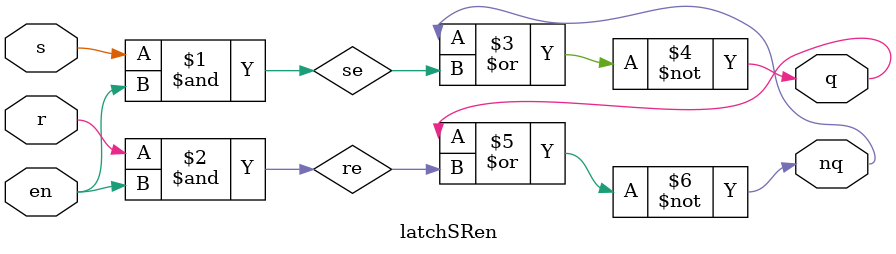
<source format=v>
/* * * * * * * * * * * * * * * * * * * * * * * * * * * * * * * * * * * * * * * 
 * Module: Latch SR with enable                                              * 
 * Verilog style: Structural                                                 * 
 * Reset: N/A                                                                * 
 * Author: Ricardo Menotti <menotti AT ufscar DOT br>                        * 
 * * * * * * * * * * * * * * * * * * * * * * * * * * * * * * * * * * * * * * */
 
module latchSRen(
    input s, r, en,
    output q, nq);
    
    and (se, s, en);
    and (re, r, en);
    nor (q, nq, se);
    nor (nq, q, re);
endmodule
</source>
